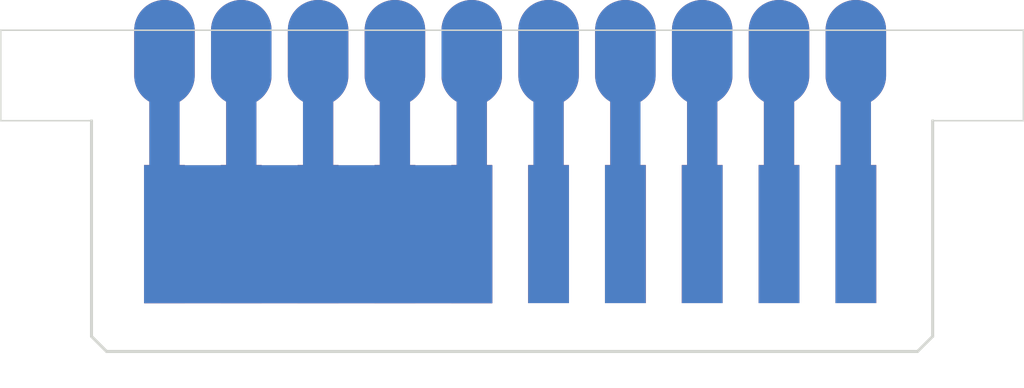
<source format=kicad_pcb>
(kicad_pcb (version 20240108) (generator "pcbnew") (generator_version "8.0")
  (layers (0 "F.Cu" signal) (31 "B.Cu" signal) (34 "B.Paste" user) (35 "F.Paste" user) (36 "B.SilkS" user "B.Silkscreen") (37 "F.SilkS" user "F.Silkscreen") (38 "B.Mask" user) (39 "F.Mask" user) (44 "Edge.Cuts" user))
  (net 0 "")
  (footprint "XG_Mobile:20P_Slot_Power" (layer "F.Cu") (at 23 34.25)
    (property "Reference" "REF**" (hide yes))
    (property "Value" "20P_Slot_Power")
    (fp_line (start -2.413 3.386) (end -2.413 -3.754) (stroke (width 0.1)) (layer "Edge.Cuts"))
    (fp_line (start -1.913 3.886) (end -2.413 3.386) (stroke (width 0.1)) (layer "Edge.Cuts"))
    (fp_line (start -1.913 3.886) (end 24.9 3.886) (stroke (width 0.1)) (layer "Edge.Cuts"))
    (fp_line (start 24.9 3.886) (end 25.4 3.386) (stroke (width 0.1)) (layer "Edge.Cuts"))
    (fp_line (start 25.4 3.386) (end 25.4 -3.754) (stroke (width 0.1)) (layer "Edge.Cuts"))
    (pad "1" smd rect (at 0 0) (size 1.35 4.572) (layers "F.Cu"))
    (pad "2" smd rect (at 0 0) (size 1.35 4.572) (layers "B.Cu"))
    (pad "3" smd rect (at 2.54 0) (size 1.35 4.572) (layers "F.Cu"))
    (pad "4" smd rect (at 2.54 0) (size 1.35 4.572) (layers "B.Cu"))
    (pad "5" smd rect (at 5.08 0) (size 1.35 4.572) (layers "F.Cu"))
    (pad "6" smd rect (at 5.08 0) (size 1.35 4.572) (layers "B.Cu"))
    (pad "7" smd rect (at 7.62 0) (size 1.35 4.572) (layers "F.Cu"))
    (pad "8" smd rect (at 7.62 0) (size 1.35 4.572) (layers "B.Cu"))
    (pad "9" smd rect (at 10.16 0) (size 1.35 4.572) (layers "F.Cu"))
    (pad "10" smd rect (at 10.16 0) (size 1.35 4.572) (layers "B.Cu"))
    (pad "11" smd rect (at 12.7 0) (size 1.35 4.572) (layers "F.Cu"))
    (pad "12" smd rect (at 12.7 0) (size 1.35 4.572) (layers "B.Cu"))
    (pad "13" smd rect (at 15.24 0) (size 1.35 4.572) (layers "F.Cu"))
    (pad "14" smd rect (at 15.24 0) (size 1.35 4.572) (layers "B.Cu"))
    (pad "15" smd rect (at 17.78 0) (size 1.35 4.572) (layers "F.Cu"))
    (pad "16" smd rect (at 17.78 0) (size 1.35 4.572) (layers "B.Cu"))
    (pad "17" smd rect (at 20.32 0) (size 1.35 4.572) (layers "F.Cu"))
    (pad "18" smd rect (at 20.32 0) (size 1.35 4.572) (layers "B.Cu"))
    (pad "19" smd rect (at 22.86 0) (size 1.35 4.572) (layers "F.Cu"))
    (pad "20" smd rect (at 22.86 0) (size 1.35 4.572) (layers "B.Cu"))
  )
  (gr_rect (start 22.33 31.97) (end 33.84 36.54) (fill solid) (layer "F.Cu"))
  (gr_rect (start 22.33 31.97) (end 33.84 36.54) (fill solid) (layer "B.Cu"))
  (gr_line (start 51.4 30.496) (end 48.4 30.496) (stroke (width 0.05)) (layer "Edge.Cuts"))
  (gr_line (start 20.587 30.496) (end 17.587 30.496) (stroke (width 0.05)) (layer "Edge.Cuts"))
  (gr_line (start 17.587 30.496) (end 17.587 27.496) (stroke (width 0.05)) (layer "Edge.Cuts"))
  (gr_line (start 17.587 27.5) (end 51.4 27.5) (stroke (width 0.05)) (layer "Edge.Cuts"))
  (gr_line (start 51.4 27.496) (end 51.4 30.496) (stroke (width 0.05)) (layer "Edge.Cuts"))
  (segment (start 38.24 29) (end 38.24 27.5) (width 2) (layer "F.Cu") (net 0))
  (segment (start 35.7 29) (end 35.7 27.5) (width 2) (layer "F.Cu") (net 0))
  (segment (start 35.7 34.25) (end 35.7 29) (width 1) (layer "F.Cu") (net 0))
  (segment (start 33.16 34.25) (end 33.16 29) (width 1) (layer "F.Cu") (net 0))
  (segment (start 33.16 29) (end 33.16 27.5) (width 2) (layer "F.Cu") (net 0))
  (segment (start 28.08 29) (end 28.08 27.5) (width 2) (layer "F.Cu") (net 0))
  (segment (start 40.78 29) (end 40.78 27.5) (width 2) (layer "F.Cu") (net 0))
  (segment (start 40.78 34.25) (end 40.78 29) (width 1) (layer "F.Cu") (net 0))
  (segment (start 43.32 34.25) (end 43.32 29) (width 1) (layer "F.Cu") (net 0))
  (segment (start 25.54 29) (end 25.54 27.5) (width 2) (layer "F.Cu") (net 0))
  (segment (start 30.62 34.25) (end 30.62 29) (width 1) (layer "F.Cu") (net 0))
  (segment (start 23 29) (end 23 27.5) (width 2) (layer "F.Cu") (net 0))
  (segment (start 25.54 34.25) (end 25.54 29) (width 1) (layer "F.Cu") (net 0))
  (segment (start 30.62 29) (end 30.62 27.5) (width 2) (layer "F.Cu") (net 0))
  (segment (start 45.86 34.25) (end 45.86 29) (width 1) (layer "F.Cu") (net 0))
  (segment (start 43.32 29) (end 43.32 27.5) (width 2) (layer "F.Cu") (net 0))
  (segment (start 28.08 34.25) (end 28.08 29) (width 1) (layer "F.Cu") (net 0))
  (segment (start 38.24 34.25) (end 38.24 29) (width 1) (layer "F.Cu") (net 0))
  (segment (start 23 34.25) (end 23 29) (width 1) (layer "F.Cu") (net 0))
  (segment (start 45.86 29) (end 45.86 27.5) (width 2) (layer "F.Cu") (net 0))
  (segment (start 30.62 34.25) (end 30.62 27.5) (width 1) (layer "B.Cu") (net 0))
  (segment (start 35.7 34.25) (end 35.7 27.5) (width 1) (layer "B.Cu") (net 0))
  (segment (start 30.62 29) (end 30.62 27.5) (width 2) (layer "B.Cu") (net 0))
  (segment (start 40.78 29) (end 40.78 27.5) (width 2) (layer "B.Cu") (net 0))
  (segment (start 33.16 29) (end 33.16 27.5) (width 2) (layer "B.Cu") (net 0))
  (segment (start 45.86 34.25) (end 45.86 27.5) (width 1) (layer "B.Cu") (net 0))
  (segment (start 43.32 29) (end 43.32 27.5) (width 2) (layer "B.Cu") (net 0))
  (segment (start 25.54 29) (end 25.54 27.5) (width 2) (layer "B.Cu") (net 0))
  (segment (start 23 34.25) (end 23 27.5) (width 1) (layer "B.Cu") (net 0))
  (segment (start 45.86 29) (end 45.86 27.5) (width 2) (layer "B.Cu") (net 0))
  (segment (start 33.16 34.25) (end 33.16 27.5) (width 1) (layer "B.Cu") (net 0))
  (segment (start 23 29) (end 23 27.5) (width 2) (layer "B.Cu") (net 0))
  (segment (start 38.24 34.25) (end 38.24 27.5) (width 1) (layer "B.Cu") (net 0))
  (segment (start 43.32 34.25) (end 43.32 27.5) (width 1) (layer "B.Cu") (net 0))
  (segment (start 38.24 29) (end 38.24 27.5) (width 2) (layer "B.Cu") (net 0))
  (segment (start 35.7 29) (end 35.7 27.5) (width 2) (layer "B.Cu") (net 0))
  (segment (start 25.54 34.25) (end 25.54 27.5) (width 1) (layer "B.Cu") (net 0))
  (segment (start 40.78 34.25) (end 40.78 27.5) (width 1) (layer "B.Cu") (net 0))
  (segment (start 28.08 29) (end 28.08 27.5) (width 2) (layer "B.Cu") (net 0))
  (segment (start 28.08 34.25) (end 28.08 27.5) (width 1) (layer "B.Cu") (net 0))
)
</source>
